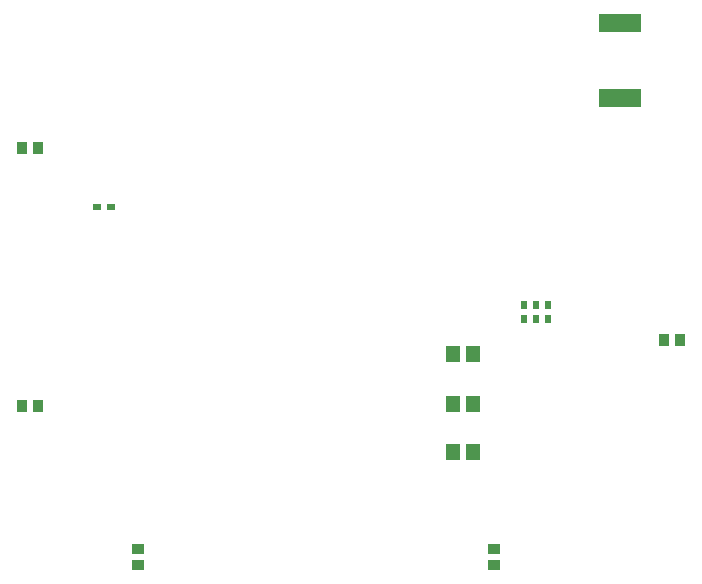
<source format=gbp>
G04*
G04 #@! TF.GenerationSoftware,Altium Limited,Altium Designer,24.4.1 (13)*
G04*
G04 Layer_Color=128*
%FSLAX44Y44*%
%MOMM*%
G71*
G04*
G04 #@! TF.SameCoordinates,D346328A-3EA5-4E80-806F-D0F93F3E7631*
G04*
G04*
G04 #@! TF.FilePolarity,Positive*
G04*
G01*
G75*
%ADD26R,0.7500X0.6000*%
%ADD29R,0.6000X0.7500*%
%ADD126R,0.9000X1.0000*%
%ADD127R,1.1500X1.3500*%
%ADD128R,3.6500X1.6000*%
%ADD129R,1.0000X0.9000*%
D26*
X-112250Y160000D02*
D03*
X-123750D02*
D03*
D29*
X258000Y65250D02*
D03*
Y76750D02*
D03*
X248000Y65250D02*
D03*
Y76750D02*
D03*
X238000Y65250D02*
D03*
Y76750D02*
D03*
D126*
X356250Y47000D02*
D03*
X369750D02*
D03*
X-187250Y210000D02*
D03*
X-173750D02*
D03*
X-187250Y-9000D02*
D03*
X-173750D02*
D03*
D127*
X194750Y-48000D02*
D03*
X177250D02*
D03*
Y-7000D02*
D03*
X194750D02*
D03*
X177250Y35000D02*
D03*
X194750D02*
D03*
D128*
X319000Y252250D02*
D03*
Y315750D02*
D03*
D129*
X212000Y-143050D02*
D03*
Y-129550D02*
D03*
X-89000Y-143050D02*
D03*
Y-129550D02*
D03*
M02*

</source>
